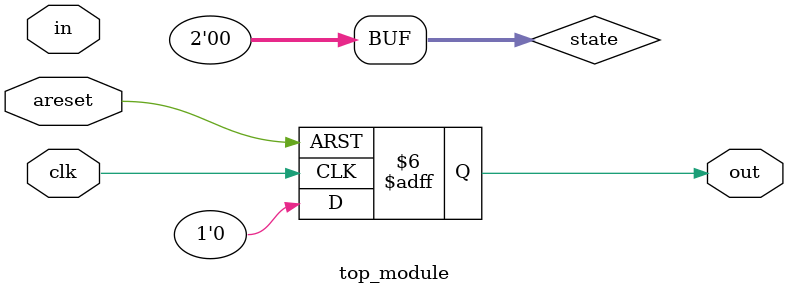
<source format=sv>
module top_module (
    input clk,
    input in,
    input areset,
    output reg out
);

    // Define the state register
    reg [1:0] state;

    // Define the state constants
    localparam A = 2'b00;
    localparam B = 2'b01;
    localparam C = 2'b10;
    localparam D = 2'b11;

    // Combinational logic to determine the next state
    always @(*) begin
        case (state)
            A: begin
                if (in) state = B;
                else state = A;
            end
            B: begin
                if (in) state = B;
                else state = C;
            end
            C: begin
                if (in) state = D;
                else state = A;
            end
            D: begin
                if (in) state = B;
                else state = C;
            end
            default: state = A;
        endcase
    end

    // Sequential logic to update the state register
    always @(posedge clk, posedge areset) begin
        if (areset) state <= A;
        else state <= state;
    end

    // Assign the output signal
    always @(posedge clk, posedge areset) begin
        if (areset) out <= 1'b0;
        else out <= (state == D) ? 1'b1 : 1'b0;
    end

endmodule

</source>
